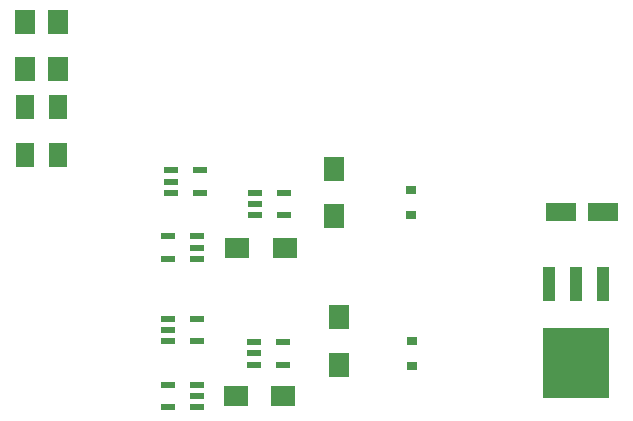
<source format=gtp>
G04 #@! TF.GenerationSoftware,KiCad,Pcbnew,(5.1.2)-2*
G04 #@! TF.CreationDate,2019-07-07T18:05:40+09:00*
G04 #@! TF.ProjectId,PmodICSIF,506d6f64-4943-4534-9946-2e6b69636164,rev?*
G04 #@! TF.SameCoordinates,Original*
G04 #@! TF.FileFunction,Paste,Top*
G04 #@! TF.FilePolarity,Positive*
%FSLAX46Y46*%
G04 Gerber Fmt 4.6, Leading zero omitted, Abs format (unit mm)*
G04 Created by KiCad (PCBNEW (5.1.2)-2) date 2019-07-07 18:05:40*
%MOMM*%
%LPD*%
G04 APERTURE LIST*
%ADD10R,2.600000X1.600000*%
%ADD11R,1.600000X2.000000*%
%ADD12R,0.900000X0.800000*%
%ADD13R,1.200000X0.600000*%
%ADD14R,1.000000X2.850000*%
%ADD15R,5.550000X5.950000*%
%ADD16R,1.700000X2.000000*%
%ADD17R,2.000000X1.700000*%
G04 APERTURE END LIST*
D10*
X118999000Y-81534000D03*
X122599000Y-81534000D03*
D11*
X76454000Y-76708000D03*
X76454000Y-72708000D03*
X73660000Y-72708000D03*
X73660000Y-76708000D03*
D12*
X106426000Y-94615000D03*
X106426000Y-92515000D03*
X106299000Y-79688000D03*
X106299000Y-81788000D03*
D13*
X88245000Y-90617000D03*
X88245000Y-92517000D03*
X85745000Y-92517000D03*
X85745000Y-91567000D03*
X85745000Y-90617000D03*
X85999000Y-78044000D03*
X85999000Y-78994000D03*
X85999000Y-79944000D03*
X88499000Y-79944000D03*
X88499000Y-78044000D03*
X95504000Y-92583000D03*
X95504000Y-94483000D03*
X93004000Y-94483000D03*
X93004000Y-93533000D03*
X93004000Y-92583000D03*
X95611000Y-79949000D03*
X95611000Y-81849000D03*
X93111000Y-81849000D03*
X93111000Y-80899000D03*
X93111000Y-79949000D03*
D14*
X122555000Y-87630000D03*
X120265000Y-87630000D03*
X117975000Y-87630000D03*
D15*
X120265000Y-94380000D03*
D13*
X88245000Y-98105000D03*
X88245000Y-97155000D03*
X88245000Y-96205000D03*
X85745000Y-96205000D03*
X85745000Y-98105000D03*
X88245000Y-85532000D03*
X88245000Y-84582000D03*
X88245000Y-83632000D03*
X85745000Y-83632000D03*
X85745000Y-85532000D03*
D16*
X76454000Y-65469000D03*
X76454000Y-69469000D03*
X73660000Y-69469000D03*
X73660000Y-65469000D03*
D17*
X95504000Y-97155000D03*
X91504000Y-97155000D03*
X91631000Y-84582000D03*
X95631000Y-84582000D03*
D16*
X100203000Y-90488000D03*
X100203000Y-94488000D03*
X99822000Y-81915000D03*
X99822000Y-77915000D03*
M02*

</source>
